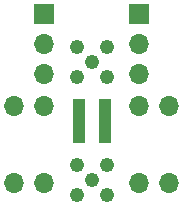
<source format=gbr>
%TF.GenerationSoftware,KiCad,Pcbnew,8.0.9-1.fc41*%
%TF.CreationDate,2025-03-19T11:34:26+02:00*%
%TF.ProjectId,FBK-3mm-Red,46424b2d-336d-46d2-9d52-65642e6b6963,rev?*%
%TF.SameCoordinates,Original*%
%TF.FileFunction,Soldermask,Top*%
%TF.FilePolarity,Negative*%
%FSLAX46Y46*%
G04 Gerber Fmt 4.6, Leading zero omitted, Abs format (unit mm)*
G04 Created by KiCad (PCBNEW 8.0.9-1.fc41) date 2025-03-19 11:34:26*
%MOMM*%
%LPD*%
G01*
G04 APERTURE LIST*
%ADD10C,1.240000*%
%ADD11R,1.700000X1.700000*%
%ADD12O,1.700000X1.700000*%
%ADD13R,1.000000X3.830000*%
G04 APERTURE END LIST*
D10*
%TO.C,J-PWR-2*%
X150000000Y-105000000D03*
X148730000Y-103730000D03*
X148730000Y-106270000D03*
X151270000Y-103730000D03*
X151270000Y-106270000D03*
%TD*%
D11*
%TO.C,J-SIG1*%
X154000000Y-91000000D03*
D12*
X154000000Y-93540000D03*
X154000000Y-96080000D03*
%TD*%
D13*
%TO.C,D1*%
X148900000Y-100000000D03*
X151100000Y-100000000D03*
%TD*%
D12*
%TO.C,C1*%
X146000000Y-105270000D03*
X146000000Y-98730000D03*
%TD*%
%TO.C,R1*%
X143460000Y-98730000D03*
X143460000Y-105270000D03*
%TD*%
D11*
%TO.C,J-PWR1*%
X146000000Y-91000000D03*
D12*
X146000000Y-93540000D03*
X146000000Y-96080000D03*
%TD*%
%TO.C,R2*%
X154000000Y-105270000D03*
X154000000Y-98730000D03*
%TD*%
D10*
%TO.C,J-SIG-2*%
X150000000Y-95000000D03*
X148730000Y-93730000D03*
X148730000Y-96270000D03*
X151270000Y-93730000D03*
X151270000Y-96270000D03*
%TD*%
D12*
%TO.C,C2*%
X156540000Y-105270000D03*
X156540000Y-98730000D03*
%TD*%
M02*

</source>
